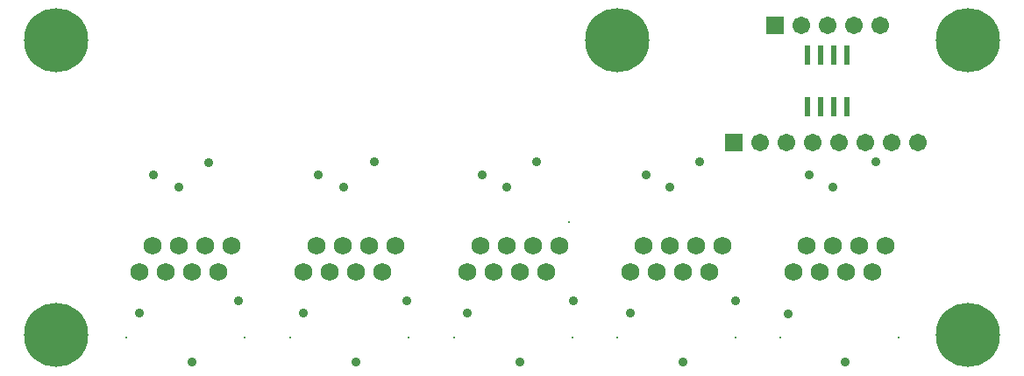
<source format=gts>
G04*
G04 #@! TF.GenerationSoftware,Altium Limited,CircuitStudio,1.5.2 (1.5.2.30)*
G04*
G04 Layer_Color=8388736*
%FSLAX25Y25*%
%MOIN*%
G70*
G01*
G75*
%ADD10R,0.02087X0.07795*%
%ADD27C,0.24422*%
%ADD28R,0.06706X0.06706*%
%ADD29C,0.06706*%
%ADD30C,0.06800*%
%ADD31C,0.00800*%
%ADD32C,0.03556*%
D10*
X386528Y199646D02*
D03*
X381528D02*
D03*
X376528D02*
D03*
X371528D02*
D03*
Y219055D02*
D03*
X376528D02*
D03*
X381528D02*
D03*
X386528D02*
D03*
D27*
X432571Y112500D02*
D03*
X86114Y224705D02*
D03*
Y112500D02*
D03*
X299362Y224705D02*
D03*
X432571D02*
D03*
D28*
X343595Y185728D02*
D03*
X359343Y230610D02*
D03*
D29*
X353594Y185728D02*
D03*
X363595D02*
D03*
X373594D02*
D03*
X383594D02*
D03*
X393595D02*
D03*
X403594D02*
D03*
X413594D02*
D03*
X399342Y230610D02*
D03*
X389342D02*
D03*
X379343D02*
D03*
X369342D02*
D03*
D30*
X309370Y146468D02*
D03*
X314370Y136469D02*
D03*
X319370Y146468D02*
D03*
X324370Y136469D02*
D03*
X329370Y146468D02*
D03*
X334370Y136469D02*
D03*
X304370D02*
D03*
X339370Y146468D02*
D03*
X247413D02*
D03*
X252413Y136469D02*
D03*
X257413Y146468D02*
D03*
X262413Y136469D02*
D03*
X267413Y146468D02*
D03*
X272413Y136469D02*
D03*
X242413D02*
D03*
X277413Y146468D02*
D03*
X184957D02*
D03*
X189957Y136469D02*
D03*
X194957Y146468D02*
D03*
X199957Y136469D02*
D03*
X204957Y146468D02*
D03*
X209957Y136469D02*
D03*
X179957D02*
D03*
X214957Y146468D02*
D03*
X122500D02*
D03*
X127500Y136469D02*
D03*
X132500Y146468D02*
D03*
X137500Y136469D02*
D03*
X142500Y146468D02*
D03*
X147500Y136469D02*
D03*
X117500D02*
D03*
X152500Y146468D02*
D03*
X371327D02*
D03*
X376327Y136469D02*
D03*
X381327Y146468D02*
D03*
X386327Y136469D02*
D03*
X391327Y146468D02*
D03*
X396327Y136469D02*
D03*
X366327D02*
D03*
X401327Y146468D02*
D03*
D31*
X299362Y111469D02*
D03*
X344370D02*
D03*
X237405D02*
D03*
X282413D02*
D03*
X174949D02*
D03*
X219957D02*
D03*
X112492D02*
D03*
X157500D02*
D03*
X361319D02*
D03*
X406327D02*
D03*
X280996Y155413D02*
D03*
D32*
X257374Y168799D02*
D03*
X319185D02*
D03*
X195169D02*
D03*
X381390D02*
D03*
X132571D02*
D03*
X324370Y102331D02*
D03*
X262413Y102342D02*
D03*
X199894Y102264D02*
D03*
X179957Y120768D02*
D03*
X137650Y102302D02*
D03*
X304370Y120768D02*
D03*
X242413D02*
D03*
X364461Y120635D02*
D03*
X117500Y120768D02*
D03*
X386114Y102264D02*
D03*
X344382Y125492D02*
D03*
X282571D02*
D03*
X219185D02*
D03*
X155405D02*
D03*
X123122Y173524D02*
D03*
X372335D02*
D03*
X185721D02*
D03*
X247925D02*
D03*
X310130D02*
D03*
X143988Y178248D02*
D03*
X397532Y178642D02*
D03*
X206980Y178642D02*
D03*
X268791D02*
D03*
X330602Y178538D02*
D03*
M02*

</source>
